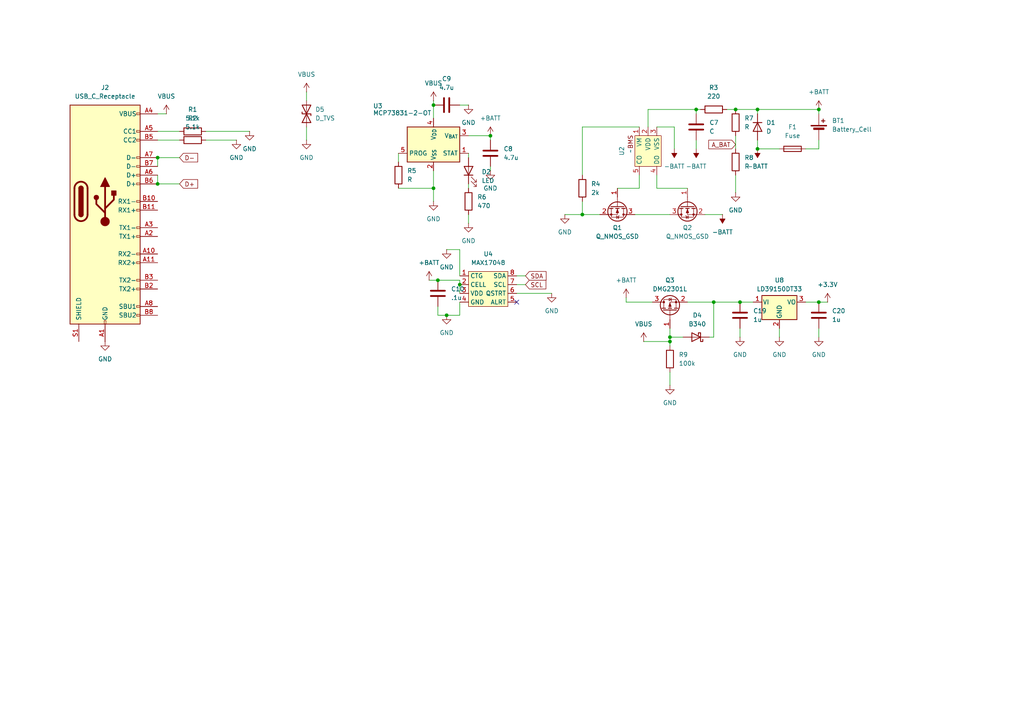
<source format=kicad_sch>
(kicad_sch (version 20231120) (generator "eeschema") (generator_version "8.0")
  (paper "A4")
  (lib_symbols
    (symbol "Battery_Management:MCP73831-2-OT"
      (property "Reference" "U" (at -7.62 6.35 0))
      (property "Value" "MCP73831-2-OT" (at 1.27 6.35 0))
      (symbol "MCP73831-2-OT_0_1"
        (rectangle (start -7.62 5.08) (end 7.62 -5.08) (stroke (width 0.254)) (fill (type background)))
      )
      (symbol "MCP73831-2-OT_1_1"
        (pin tri_state line (at 10.16 -2.54 180) (length 2.54) (name "STAT") (number "1"))
        (pin power_in line (at 0 -7.62 90) (length 2.54) (name "V_{SS}") (number "2"))
        (pin power_out line (at 10.16 2.54 180) (length 2.54) (name "V_{BAT}") (number "3"))
        (pin power_in line (at 0 7.62 270) (length 2.54) (name "V_{DD}") (number "4"))
        (pin input line (at -10.16 -2.54 0) (length 2.54) (name "PROG") (number "5"))
      )
    )
    (symbol "Connector:USB_C_Receptacle" (pin_names (offset 1.016))
      (property "Reference" "J" (at -10.16 29.21 0))
      (property "Value" "USB_C_Receptacle" (at 10.16 29.21 0))
      (symbol "USB_C_Receptacle_0_0"
        (rectangle (start -0.254 -35.56) (end 0.254 -34.544))
        (rectangle (start 10.16 -32.766) (end 9.144 -33.274))
        (rectangle (start 10.16 -30.226) (end 9.144 -30.734))
        (rectangle (start 10.16 -25.146) (end 9.144 -25.654))
        (rectangle (start 10.16 -22.606) (end 9.144 -23.114))
        (rectangle (start 10.16 -17.526) (end 9.144 -18.034))
        (rectangle (start 10.16 -14.986) (end 9.144 -15.494))
        (rectangle (start 10.16 -9.906) (end 9.144 -10.414))
        (rectangle (start 10.16 -7.366) (end 9.144 -7.874))
        (rectangle (start 10.16 -2.286) (end 9.144 -2.794))
        (rectangle (start 10.16 0.254) (end 9.144 -0.254))
        (rectangle (start 10.16 5.334) (end 9.144 4.826))
        (rectangle (start 10.16 7.874) (end 9.144 7.366))
        (rectangle (start 10.16 10.414) (end 9.144 9.906))
        (rectangle (start 10.16 12.954) (end 9.144 12.446))
        (rectangle (start 10.16 18.034) (end 9.144 17.526))
        (rectangle (start 10.16 20.574) (end 9.144 20.066))
        (rectangle (start 10.16 25.654) (end 9.144 25.146))
      )
      (symbol "USB_C_Receptacle_0_1"
        (rectangle (start -10.16 27.94) (end 10.16 -35.56) (stroke (width 0.254)) (fill (type background)))
        (arc (start -8.89 -3.81) (mid -6.985 -5.7067) (end -5.08 -3.81) (stroke (width 0.508)))
        (arc (start -7.62 -3.81) (mid -6.985 -4.4423) (end -6.35 -3.81) (stroke (width 0.254)))
        (arc (start -7.62 -3.81) (mid -6.985 -4.4423) (end -6.35 -3.81) (stroke (width 0.254)) (fill (type outline)))
        (rectangle (start -7.62 -3.81) (end -6.35 3.81) (stroke (width 0.254)) (fill (type outline)))
        (arc (start -6.35 3.81) (mid -6.985 4.4423) (end -7.62 3.81) (stroke (width 0.254)))
        (arc (start -6.35 3.81) (mid -6.985 4.4423) (end -7.62 3.81) (stroke (width 0.254)) (fill (type outline)))
        (arc (start -5.08 3.81) (mid -6.985 5.7067) (end -8.89 3.81) (stroke (width 0.508)))
        (polyline (pts (xy -8.89 -3.81) (xy -8.89 3.81)) (stroke (width 0.508)))
        (polyline (pts (xy -5.08 3.81) (xy -5.08 -3.81)) (stroke (width 0.508)))
      )
      (symbol "USB_C_Receptacle_1_1"
        (circle (center -2.54 1.143) (radius 0.635) (stroke (width 0.254)) (fill (type outline)))
        (circle (center 0 -5.842) (radius 1.27) (fill (type outline)))
        (polyline (pts (xy 0 -5.842) (xy 0 4.318)) (stroke (width 0.508)))
        (polyline (pts (xy 0 -3.302) (xy -2.54 -0.762) (xy -2.54 0.508)) (stroke (width 0.508)))
        (polyline (pts (xy 0 -2.032) (xy 2.54 0.508) (xy 2.54 1.778)) (stroke (width 0.508)))
        (polyline (pts (xy -1.27 4.318) (xy 0 6.858) (xy 1.27 4.318) (xy -1.27 4.318)) (stroke (width 0.254)) (fill (type outline)))
        (rectangle (start 1.905 1.778) (end 3.175 3.048) (stroke (width 0.254)) (fill (type outline)))
        (pin passive line (at 0 -40.64 90) (length 5.08) (name "GND") (number "A1"))
        (pin bidirectional line (at 15.24 -15.24 180) (length 5.08) (name "RX2-") (number "A10"))
        (pin bidirectional line (at 15.24 -17.78 180) (length 5.08) (name "RX2+") (number "A11"))
        (pin passive line (at 0 -40.64 90) (length 5.08) hide (name "GND") (number "A12"))
        (pin bidirectional line (at 15.24 -10.16 180) (length 5.08) (name "TX1+") (number "A2"))
        (pin bidirectional line (at 15.24 -7.62 180) (length 5.08) (name "TX1-") (number "A3"))
        (pin passive line (at 15.24 25.4 180) (length 5.08) (name "VBUS") (number "A4"))
        (pin bidirectional line (at 15.24 20.32 180) (length 5.08) (name "CC1") (number "A5"))
        (pin bidirectional line (at 15.24 7.62 180) (length 5.08) (name "D+") (number "A6"))
        (pin bidirectional line (at 15.24 12.7 180) (length 5.08) (name "D-") (number "A7"))
        (pin bidirectional line (at 15.24 -30.48 180) (length 5.08) (name "SBU1") (number "A8"))
        (pin passive line (at 15.24 25.4 180) (length 5.08) hide (name "VBUS") (number "A9"))
        (pin passive line (at 0 -40.64 90) (length 5.08) hide (name "GND") (number "B1"))
        (pin bidirectional line (at 15.24 0 180) (length 5.08) (name "RX1-") (number "B10"))
        (pin bidirectional line (at 15.24 -2.54 180) (length 5.08) (name "RX1+") (number "B11"))
        (pin passive line (at 0 -40.64 90) (length 5.08) hide (name "GND") (number "B12"))
        (pin bidirectional line (at 15.24 -25.4 180) (length 5.08) (name "TX2+") (number "B2"))
        (pin bidirectional line (at 15.24 -22.86 180) (length 5.08) (name "TX2-") (number "B3"))
        (pin passive line (at 15.24 25.4 180) (length 5.08) hide (name "VBUS") (number "B4"))
        (pin bidirectional line (at 15.24 17.78 180) (length 5.08) (name "CC2") (number "B5"))
        (pin bidirectional line (at 15.24 5.08 180) (length 5.08) (name "D+") (number "B6"))
        (pin bidirectional line (at 15.24 10.16 180) (length 5.08) (name "D-") (number "B7"))
        (pin bidirectional line (at 15.24 -33.02 180) (length 5.08) (name "SBU2") (number "B8"))
        (pin passive line (at 15.24 25.4 180) (length 5.08) hide (name "VBUS") (number "B9"))
        (pin passive line (at -7.62 -40.64 90) (length 5.08) (name "SHIELD") (number "S1"))
      )
    )
    (symbol "Device:Battery_Cell" (pin_numbers hide) (pin_names (offset 0) hide)
      (property "Reference" "BT" (at 2.54 2.54 0))
      (property "Value" "Battery_Cell" (at 2.54 0 0))
      (symbol "Battery_Cell_0_1"
        (rectangle (start -2.286 1.778) (end 2.286 1.524) (fill (type outline)))
        (rectangle (start -1.524 1.016) (end 1.524 0.508) (fill (type outline)))
        (polyline (pts (xy 0 0.762) (xy 0 0)))
        (polyline (pts (xy 0 1.778) (xy 0 2.54)))
        (polyline (pts (xy 0.762 3.048) (xy 1.778 3.048)) (stroke (width 0.254)))
        (polyline (pts (xy 1.27 3.556) (xy 1.27 2.54)) (stroke (width 0.254)))
      )
      (symbol "Battery_Cell_1_1"
        (pin passive line (at 0 5.08 270) (length 2.54) (name "+") (number "1"))
        (pin passive line (at 0 -2.54 90) (length 2.54) (name "-") (number "2"))
      )
    )
    (symbol "Device:C" (pin_numbers hide) (pin_names (offset 0.254))
      (property "Reference" "C" (at 0.635 2.54 0))
      (property "Value" "C" (at 0.635 -2.54 0))
      (symbol "C_0_1"
        (polyline (pts (xy -2.032 -0.762) (xy 2.032 -0.762)) (stroke (width 0.508)))
        (polyline (pts (xy -2.032 0.762) (xy 2.032 0.762)) (stroke (width 0.508)))
      )
      (symbol "C_1_1"
        (pin passive line (at 0 3.81 270) (length 2.794) (name "~") (number "1"))
        (pin passive line (at 0 -3.81 90) (length 2.794) (name "~") (number "2"))
      )
    )
    (symbol "Device:D" (pin_numbers hide) (pin_names (offset 1.016) hide)
      (property "Reference" "D" (at 0 2.54 0))
      (property "Value" "D" (at 0 -2.54 0))
      (symbol "D_0_1"
        (polyline (pts (xy -1.27 1.27) (xy -1.27 -1.27)) (stroke (width 0.254)))
        (polyline (pts (xy 1.27 0) (xy -1.27 0)))
        (polyline (pts (xy 1.27 1.27) (xy 1.27 -1.27) (xy -1.27 0) (xy 1.27 1.27)) (stroke (width 0.254)))
      )
      (symbol "D_1_1"
        (pin passive line (at -3.81 0 0) (length 2.54) (name "K") (number "1"))
        (pin passive line (at 3.81 0 180) (length 2.54) (name "A") (number "2"))
      )
    )
    (symbol "Device:D_TVS" (pin_numbers hide) (pin_names (offset 1.016) hide)
      (property "Reference" "D" (at 0 2.54 0))
      (property "Value" "D_TVS" (at 0 -2.54 0))
      (symbol "D_TVS_0_1"
        (polyline (pts (xy 1.27 0) (xy -1.27 0)))
        (polyline (pts (xy 0.508 1.27) (xy 0 1.27) (xy 0 -1.27) (xy -0.508 -1.27)) (stroke (width 0.254)))
        (polyline (pts (xy -2.54 1.27) (xy -2.54 -1.27) (xy 2.54 1.27) (xy 2.54 -1.27) (xy -2.54 1.27)) (stroke (width 0.254)))
      )
      (symbol "D_TVS_1_1"
        (pin passive line (at -3.81 0 0) (length 2.54) (name "A1") (number "1"))
        (pin passive line (at 3.81 0 180) (length 2.54) (name "A2") (number "2"))
      )
    )
    (symbol "Device:Fuse" (pin_numbers hide) (pin_names (offset 0))
      (property "Reference" "F" (at 2.032 0 90))
      (property "Value" "Fuse" (at -1.905 0 90))
      (symbol "Fuse_0_1"
        (rectangle (start -0.762 -2.54) (end 0.762 2.54) (stroke (width 0.254)))
        (polyline (pts (xy 0 2.54) (xy 0 -2.54)))
      )
      (symbol "Fuse_1_1"
        (pin passive line (at 0 3.81 270) (length 1.27) (name "~") (number "1"))
        (pin passive line (at 0 -3.81 90) (length 1.27) (name "~") (number "2"))
      )
    )
    (symbol "Device:LED" (pin_numbers hide) (pin_names (offset 1.016) hide)
      (property "Reference" "D" (at 0 2.54 0))
      (property "Value" "LED" (at 0 -2.54 0))
      (symbol "LED_0_1"
        (polyline (pts (xy -1.27 -1.27) (xy -1.27 1.27)) (stroke (width 0.254)))
        (polyline (pts (xy -1.27 0) (xy 1.27 0)))
        (polyline (pts (xy 1.27 -1.27) (xy 1.27 1.27) (xy -1.27 0) (xy 1.27 -1.27)) (stroke (width 0.254)))
        (polyline (pts (xy -3.048 -0.762) (xy -4.572 -2.286) (xy -3.81 -2.286) (xy -4.572 -2.286) (xy -4.572 -1.524)))
        (polyline (pts (xy -1.778 -0.762) (xy -3.302 -2.286) (xy -2.54 -2.286) (xy -3.302 -2.286) (xy -3.302 -1.524)))
      )
      (symbol "LED_1_1"
        (pin passive line (at -3.81 0 0) (length 2.54) (name "K") (number "1"))
        (pin passive line (at 3.81 0 180) (length 2.54) (name "A") (number "2"))
      )
    )
    (symbol "Device:Q_NMOS_GSD" (pin_names (offset 0) hide)
      (property "Reference" "Q" (at 5.08 1.27 0))
      (property "Value" "Q_NMOS_GSD" (at 5.08 -1.27 0))
      (symbol "Q_NMOS_GSD_0_1"
        (polyline (pts (xy 0.254 0) (xy -2.54 0)))
        (polyline (pts (xy 0.254 1.905) (xy 0.254 -1.905)) (stroke (width 0.254)))
        (polyline (pts (xy 0.762 -1.27) (xy 0.762 -2.286)) (stroke (width 0.254)))
        (polyline (pts (xy 0.762 0.508) (xy 0.762 -0.508)) (stroke (width 0.254)))
        (polyline (pts (xy 0.762 2.286) (xy 0.762 1.27)) (stroke (width 0.254)))
        (polyline (pts (xy 2.54 2.54) (xy 2.54 1.778)))
        (polyline (pts (xy 2.54 -2.54) (xy 2.54 0) (xy 0.762 0)))
        (polyline (pts (xy 0.762 -1.778) (xy 3.302 -1.778) (xy 3.302 1.778) (xy 0.762 1.778)))
        (polyline (pts (xy 1.016 0) (xy 2.032 0.381) (xy 2.032 -0.381) (xy 1.016 0)) (fill (type outline)))
        (polyline (pts (xy 2.794 0.508) (xy 2.921 0.381) (xy 3.683 0.381) (xy 3.81 0.254)))
        (polyline (pts (xy 3.302 0.381) (xy 2.921 -0.254) (xy 3.683 -0.254) (xy 3.302 0.381)))
        (circle (center 1.651 0) (radius 2.794) (stroke (width 0.254)))
        (circle (center 2.54 -1.778) (radius 0.254) (fill (type outline)))
        (circle (center 2.54 1.778) (radius 0.254) (fill (type outline)))
      )
      (symbol "Q_NMOS_GSD_1_1"
        (pin input line (at -5.08 0 0) (length 2.54) (name "G") (number "1"))
        (pin passive line (at 2.54 -5.08 90) (length 2.54) (name "S") (number "2"))
        (pin passive line (at 2.54 5.08 270) (length 2.54) (name "D") (number "3"))
      )
    )
    (symbol "Device:R" (pin_numbers hide) (pin_names (offset 0))
      (property "Reference" "R" (at 2.032 0 90))
      (property "Value" "R" (at 0 0 90))
      (symbol "R_0_1"
        (rectangle (start -1.016 -2.54) (end 1.016 2.54) (stroke (width 0.254)))
      )
      (symbol "R_1_1"
        (pin passive line (at 0 3.81 270) (length 1.27) (name "~") (number "1"))
        (pin passive line (at 0 -3.81 90) (length 1.27) (name "~") (number "2"))
      )
    )
    (symbol "Diode:B340" (pin_numbers hide) (pin_names (offset 1.016) hide)
      (property "Reference" "D" (at 0 2.54 0))
      (property "Value" "B340" (at 0 -2.54 0))
      (symbol "B340_0_1"
        (polyline (pts (xy 1.27 0) (xy -1.27 0)))
        (polyline (pts (xy 1.27 1.27) (xy 1.27 -1.27) (xy -1.27 0) (xy 1.27 1.27)) (stroke (width 0.254)))
        (polyline (pts (xy -1.905 0.635) (xy -1.905 1.27) (xy -1.27 1.27) (xy -1.27 -1.27) (xy -0.635 -1.27) (xy -0.635 -0.635)) (stroke (width 0.254)))
      )
      (symbol "B340_1_1"
        (pin passive line (at -3.81 0 0) (length 2.54) (name "K") (number "1"))
        (pin passive line (at 3.81 0 180) (length 2.54) (name "A") (number "2"))
      )
    )
    (symbol "Regulator_Linear:LD39150DT33" (pin_names (offset 0.254))
      (property "Reference" "U" (at -3.81 3.175 0))
      (property "Value" "LD39150DT33" (at 0 3.175 0))
      (symbol "LD39150DT33_0_1"
        (rectangle (start -5.08 -5.08) (end 5.08 1.905) (stroke (width 0.254)) (fill (type background)))
      )
      (symbol "LD39150DT33_1_1"
        (pin power_in line (at -7.62 0 0) (length 2.54) (name "VI") (number "1"))
        (pin power_in line (at 0 -7.62 90) (length 2.54) (name "GND") (number "2"))
        (pin power_out line (at 7.62 0 180) (length 2.54) (name "VO") (number "3"))
      )
    )
    (symbol "Transistor_FET:DMG2301L" (pin_names hide)
      (property "Reference" "Q" (at 5.08 1.905 0))
      (property "Value" "DMG2301L" (at 5.08 0 0))
      (symbol "DMG2301L_0_1"
        (polyline (pts (xy 0.254 0) (xy -2.54 0)))
        (polyline (pts (xy 0.254 1.905) (xy 0.254 -1.905)) (stroke (width 0.254)))
        (polyline (pts (xy 0.762 -1.27) (xy 0.762 -2.286)) (stroke (width 0.254)))
        (polyline (pts (xy 0.762 0.508) (xy 0.762 -0.508)) (stroke (width 0.254)))
        (polyline (pts (xy 0.762 2.286) (xy 0.762 1.27)) (stroke (width 0.254)))
        (polyline (pts (xy 2.54 2.54) (xy 2.54 1.778)))
        (polyline (pts (xy 2.54 -2.54) (xy 2.54 0) (xy 0.762 0)))
        (polyline (pts (xy 0.762 1.778) (xy 3.302 1.778) (xy 3.302 -1.778) (xy 0.762 -1.778)))
        (polyline (pts (xy 2.286 0) (xy 1.27 0.381) (xy 1.27 -0.381) (xy 2.286 0)) (fill (type outline)))
        (polyline (pts (xy 2.794 -0.508) (xy 2.921 -0.381) (xy 3.683 -0.381) (xy 3.81 -0.254)))
        (polyline (pts (xy 3.302 -0.381) (xy 2.921 0.254) (xy 3.683 0.254) (xy 3.302 -0.381)))
        (circle (center 1.651 0) (radius 2.794) (stroke (width 0.254)))
        (circle (center 2.54 -1.778) (radius 0.254) (fill (type outline)))
        (circle (center 2.54 1.778) (radius 0.254) (fill (type outline)))
      )
      (symbol "DMG2301L_1_1"
        (pin input line (at -5.08 0 0) (length 2.54) (name "G") (number "1"))
        (pin passive line (at 2.54 -5.08 90) (length 2.54) (name "S") (number "2"))
        (pin passive line (at 2.54 5.08 270) (length 2.54) (name "D") (number "3"))
      )
    )
    (symbol "generic:Battery_Management"
      (property "Reference" "U" (at -6.35 -5.334 0))
      (symbol "Battery_Management_1_1"
        (rectangle (start -5.08 3.81) (end 3.81 -3.81) (fill (type background)))
        (text "BMS" (at -3.302 5.08 0) (effects (font (size 1.27 1.27))))
        (pin input line (at -7.62 2.54 0) (length 2.54) (name "VM") (number "1"))
        (pin power_in line (at -7.62 0 0) (length 2.54) (name "VDD") (number "2"))
        (pin power_in line (at -7.62 -2.54 0) (length 2.54) (name "VSS") (number "3"))
        (pin output line (at 6.35 -2.54 180) (length 2.54) (name "DO") (number "4"))
        (pin output line (at 6.35 2.54 180) (length 2.54) (name "CO") (number "5"))
      )
    )
    (symbol "generic:MAX17048"
      (property "Reference" "U" (at -5.588 -7.874 0))
      (property "Value" "MAX17048" (at -1.524 -9.906 0))
      (symbol "MAX17048_1_1"
        (rectangle (start -5.08 3.81) (end 6.35 -6.35) (fill (type background)))
        (pin input line (at -7.62 2.54 0) (length 2.54) (name "CTG") (number "1"))
        (pin input line (at -7.62 0 0) (length 2.54) (name "CELL") (number "2"))
        (pin power_in line (at -7.62 -2.54 0) (length 2.54) (name "VDD") (number "3"))
        (pin power_in line (at -7.62 -5.08 0) (length 2.54) (name "GND") (number "4"))
        (pin output line (at 8.89 -5.08 180) (length 2.54) (name "ALRT") (number "5"))
        (pin input line (at 8.89 -2.54 180) (length 2.54) (name "QSTRT") (number "6"))
        (pin input line (at 8.89 0 180) (length 2.54) (name "SCL") (number "7"))
        (pin input line (at 8.89 2.54 180) (length 2.54) (name "SDA") (number "8"))
      )
    )
    (symbol "power:+3.3V" (power) (pin_numbers hide) (pin_names (offset 0) hide)
      (property "Value" "+3.3V" (at 0 3.556 0))
      (symbol "+3.3V_0_1"
        (polyline (pts (xy -0.762 1.27) (xy 0 2.54)))
        (polyline (pts (xy 0 0) (xy 0 2.54)))
        (polyline (pts (xy 0 2.54) (xy 0.762 1.27)))
      )
      (symbol "+3.3V_1_1"
        (pin power_in line (at 0 0 90) (length 0) (name "~") (number "1"))
      )
    )
    (symbol "power:+BATT" (power) (pin_numbers hide) (pin_names (offset 0) hide)
      (property "Value" "+BATT" (at 0 3.556 0))
      (symbol "+BATT_0_1"
        (polyline (pts (xy -0.762 1.27) (xy 0 2.54)))
        (polyline (pts (xy 0 0) (xy 0 2.54)))
        (polyline (pts (xy 0 2.54) (xy 0.762 1.27)))
      )
      (symbol "+BATT_1_1"
        (pin power_in line (at 0 0 90) (length 0) (name "~") (number "1"))
      )
    )
    (symbol "power:-BATT" (power) (pin_numbers hide) (pin_names (offset 0) hide)
      (property "Value" "-BATT" (at 0 3.556 0))
      (symbol "-BATT_0_1"
        (polyline (pts (xy 0 0) (xy 0 2.54)))
        (polyline (pts (xy 0.762 1.27) (xy -0.762 1.27) (xy 0 2.54) (xy 0.762 1.27)) (fill (type outline)))
      )
      (symbol "-BATT_1_1"
        (pin power_in line (at 0 0 90) (length 0) (name "~") (number "1"))
      )
    )
    (symbol "power:GND" (power) (pin_numbers hide) (pin_names (offset 0) hide)
      (property "Value" "GND" (at 0 -3.81 0))
      (symbol "GND_0_1"
        (polyline (pts (xy 0 0) (xy 0 -1.27) (xy 1.27 -1.27) (xy 0 -2.54) (xy -1.27 -1.27) (xy 0 -1.27)))
      )
      (symbol "GND_1_1"
        (pin power_in line (at 0 0 270) (length 0) (name "~") (number "1"))
      )
    )
    (symbol "power:VBUS" (power) (pin_numbers hide) (pin_names (offset 0) hide)
      (property "Value" "VBUS" (at 0 3.556 0))
      (symbol "VBUS_0_1"
        (polyline (pts (xy -0.762 1.27) (xy 0 2.54)))
        (polyline (pts (xy 0 0) (xy 0 2.54)))
        (polyline (pts (xy 0 2.54) (xy 0.762 1.27)))
      )
      (symbol "VBUS_1_1"
        (pin power_in line (at 0 0 90) (length 0) (name "~") (number "1"))
      )
    )
  )
  (junction (at 133.35 82.55))
  (junction (at 207.01 87.63))
  (junction (at 168.91 62.23))
  (junction (at 214.63 87.63))
  (junction (at 125.73 54.61))
  (junction (at 142.24 39.37))
  (junction (at 45.72 53.34))
  (junction (at 213.36 31.75))
  (junction (at 237.49 87.63))
  (junction (at 127 81.28))
  (junction (at 237.49 31.75))
  (junction (at 219.71 43.18))
  (junction (at 194.31 99.06))
  (junction (at 125.73 30.48))
  (junction (at 201.93 31.75))
  (junction (at 129.54 91.44))
  (junction (at 219.71 31.75))
  (junction (at 194.31 97.79))
  (junction (at 45.72 45.72))
  (no_connect (at 149.86 87.63))
  (wire (pts (xy 181.61 86.36) (xy 181.61 87.63)))
  (wire (pts (xy 237.49 31.75) (xy 237.49 33.02)))
  (wire (pts (xy 45.72 40.64) (xy 52.07 40.64)))
  (wire (pts (xy 48.26 33.02) (xy 45.72 33.02)))
  (wire (pts (xy 142.24 48.26) (xy 142.24 49.53)))
  (wire (pts (xy 213.36 31.75) (xy 210.82 31.75)))
  (wire (pts (xy 127 88.9) (xy 127 91.44)))
  (wire (pts (xy 237.49 40.64) (xy 237.49 43.18)))
  (wire (pts (xy 135.89 44.45) (xy 135.89 45.72)))
  (wire (pts (xy 45.72 45.72) (xy 52.07 45.72)))
  (wire (pts (xy 195.58 36.83) (xy 195.58 43.18)))
  (wire (pts (xy 214.63 97.79) (xy 214.63 95.25)))
  (wire (pts (xy 194.31 97.79) (xy 194.31 95.25)))
  (wire (pts (xy 219.71 31.75) (xy 213.36 31.75)))
  (wire (pts (xy 133.35 72.39) (xy 133.35 80.01)))
  (wire (pts (xy 201.93 43.18) (xy 201.93 40.64)))
  (wire (pts (xy 190.5 54.61) (xy 199.39 54.61)))
  (wire (pts (xy 185.42 50.8) (xy 185.42 54.61)))
  (wire (pts (xy 129.54 91.44) (xy 133.35 91.44)))
  (wire (pts (xy 135.89 53.34) (xy 135.89 54.61)))
  (wire (pts (xy 184.15 62.23) (xy 194.31 62.23)))
  (wire (pts (xy 186.69 99.06) (xy 194.31 99.06)))
  (wire (pts (xy 52.07 53.34) (xy 45.72 53.34)))
  (wire (pts (xy 185.42 54.61) (xy 179.07 54.61)))
  (wire (pts (xy 168.91 36.83) (xy 185.42 36.83)))
  (wire (pts (xy 127 81.28) (xy 133.35 81.28)))
  (wire (pts (xy 115.57 54.61) (xy 125.73 54.61)))
  (wire (pts (xy 219.71 31.75) (xy 219.71 33.02)))
  (wire (pts (xy 194.31 99.06) (xy 194.31 97.79)))
  (wire (pts (xy 129.54 72.39) (xy 133.35 72.39)))
  (wire (pts (xy 219.71 40.64) (xy 219.71 43.18)))
  (wire (pts (xy 127 91.44) (xy 129.54 91.44)))
  (wire (pts (xy 207.01 97.79) (xy 205.74 97.79)))
  (wire (pts (xy 187.96 31.75) (xy 201.93 31.75)))
  (wire (pts (xy 195.58 36.83) (xy 190.5 36.83)))
  (wire (pts (xy 194.31 99.06) (xy 194.31 100.33)))
  (wire (pts (xy 124.46 81.28) (xy 127 81.28)))
  (wire (pts (xy 201.93 33.02) (xy 201.93 31.75)))
  (wire (pts (xy 45.72 38.1) (xy 52.07 38.1)))
  (wire (pts (xy 233.68 87.63) (xy 237.49 87.63)))
  (wire (pts (xy 152.4 80.01) (xy 149.86 80.01)))
  (wire (pts (xy 181.61 87.63) (xy 189.23 87.63)))
  (wire (pts (xy 59.69 38.1) (xy 72.39 38.1)))
  (wire (pts (xy 207.01 87.63) (xy 214.63 87.63)))
  (wire (pts (xy 199.39 87.63) (xy 207.01 87.63)))
  (wire (pts (xy 219.71 31.75) (xy 237.49 31.75)))
  (wire (pts (xy 214.63 87.63) (xy 218.44 87.63)))
  (wire (pts (xy 88.9 26.67) (xy 88.9 29.21)))
  (wire (pts (xy 125.73 54.61) (xy 125.73 58.42)))
  (wire (pts (xy 45.72 45.72) (xy 45.72 48.26)))
  (wire (pts (xy 135.89 64.77) (xy 135.89 62.23)))
  (wire (pts (xy 213.36 55.88) (xy 213.36 50.8)))
  (wire (pts (xy 142.24 39.37) (xy 135.89 39.37)))
  (wire (pts (xy 219.71 43.18) (xy 226.06 43.18)))
  (wire (pts (xy 168.91 50.8) (xy 168.91 36.83)))
  (wire (pts (xy 173.99 62.23) (xy 168.91 62.23)))
  (wire (pts (xy 187.96 36.83) (xy 187.96 31.75)))
  (wire (pts (xy 213.36 43.18) (xy 213.36 39.37)))
  (wire (pts (xy 152.4 82.55) (xy 149.86 82.55)))
  (wire (pts (xy 237.49 87.63) (xy 240.03 87.63)))
  (wire (pts (xy 142.24 39.37) (xy 142.24 40.64)))
  (wire (pts (xy 115.57 44.45) (xy 115.57 46.99)))
  (wire (pts (xy 125.73 29.21) (xy 125.73 30.48)))
  (wire (pts (xy 45.72 50.8) (xy 45.72 53.34)))
  (wire (pts (xy 168.91 62.23) (xy 168.91 58.42)))
  (wire (pts (xy 59.69 40.64) (xy 68.58 40.64)))
  (wire (pts (xy 194.31 97.79) (xy 198.12 97.79)))
  (wire (pts (xy 125.73 49.53) (xy 125.73 54.61)))
  (wire (pts (xy 226.06 97.79) (xy 226.06 95.25)))
  (wire (pts (xy 88.9 36.83) (xy 88.9 40.64)))
  (wire (pts (xy 194.31 107.95) (xy 194.31 111.76)))
  (wire (pts (xy 133.35 82.55) (xy 133.35 85.09)))
  (wire (pts (xy 207.01 87.63) (xy 207.01 97.79)))
  (wire (pts (xy 135.89 30.48) (xy 133.35 30.48)))
  (wire (pts (xy 190.5 50.8) (xy 190.5 54.61)))
  (wire (pts (xy 133.35 81.28) (xy 133.35 82.55)))
  (wire (pts (xy 237.49 97.79) (xy 237.49 95.25)))
  (wire (pts (xy 133.35 91.44) (xy 133.35 87.63)))
  (wire (pts (xy 163.83 62.23) (xy 168.91 62.23)))
  (wire (pts (xy 149.86 85.09) (xy 160.02 85.09)))
  (wire (pts (xy 204.47 62.23) (xy 209.55 62.23)))
  (wire (pts (xy 125.73 30.48) (xy 125.73 34.29)))
  (wire (pts (xy 201.93 31.75) (xy 203.2 31.75)))
  (wire (pts (xy 233.68 43.18) (xy 237.49 43.18)))
  (global_label "SCL" (shape input) (at 152.4 82.55 0) (property "Intersheetrefs" "${INTERSHEET_REFS}" (effects (hide yes))))
  (global_label "A_BAT" (shape input) (at 213.36 41.91 180) (property "Intersheetrefs" "${INTERSHEET_REFS}" (effects (hide yes))))
  (global_label "D-" (shape input) (at 52.07 45.72 0) (property "Intersheetrefs" "${INTERSHEET_REFS}" (effects (hide yes))))
  (global_label "D+" (shape input) (at 52.07 53.34 0) (property "Intersheetrefs" "${INTERSHEET_REFS}" (effects (hide yes))))
  (global_label "SDA" (shape input) (at 152.4 80.01 0) (property "Intersheetrefs" "${INTERSHEET_REFS}" (effects (hide yes))))
  (symbol (lib_id "power:GND") (at 125.73 58.42 0) (unit 1)
    (property "Reference" "#PWR020" (effects (hide yes)))
    (property "Value" "GND" (at 125.73 63.5 0))
    (property "Description" "Power symbol creates a global label with name \"GND\" , ground" (effects (hide yes)))
  )
  (symbol (lib_id "power:-BATT") (at 209.55 62.23 180) (unit 1)
    (property "Reference" "#PWR017" (effects (hide yes)))
    (property "Value" "-BATT" (at 209.55 67.31 0))
    (property "Description" "Power symbol creates a global label with name \"-BATT\"" (effects (hide yes)))
  )
  (symbol (lib_id "Device:LED") (at 135.89 49.53 90) (unit 1)
    (property "Reference" "D2" (at 139.7 49.8474 90) (effects (justify right)))
    (property "Value" "LED" (at 139.7 52.3874 90) (effects (justify right)))
    (property "Description" "Light emitting diode" (effects (hide yes)))
  )
  (symbol (lib_id "generic:MAX17048") (at 140.97 82.55 0) (unit 1)
    (property "Reference" "U4" (at 141.605 73.66 0))
    (property "Value" "MAX17048" (at 141.605 76.2 0))
    (property "Footprint" "Package_DFN_QFN:TDFN-8-1EP_2x2mm_P0.5mm_EP0.8x1.2mm" (effects (hide yes)))
  )
  (symbol (lib_id "power:+BATT") (at 124.46 81.28 0) (unit 1)
    (property "Reference" "#PWR027" (effects (hide yes)))
    (property "Value" "+BATT" (at 124.46 76.2 0))
    (property "Description" "Power symbol creates a global label with name \"+BATT\"" (effects (hide yes)))
  )
  (symbol (lib_id "Device:Q_NMOS_GSD") (at 199.39 59.69 90) (mirror x) (unit 1)
    (property "Reference" "Q2" (at 199.39 66.04 90))
    (property "Value" "Q_NMOS_GSD" (at 199.39 68.58 90))
    (property "Footprint" "Package_TO_SOT_SMD:TSOT-23" (effects (hide yes)))
    (property "Description" "N-MOSFET transistor, gate/source/drain" (effects (hide yes)))
    (property "Part Number" "DMG3414U-7" (effects (hide yes)))
    (property "LCSC PN" "C260927" (effects (hide yes)))
  )
  (symbol (lib_id "power:GND") (at 194.31 111.76 0) (unit 1)
    (property "Reference" "#PWR052" (effects (hide yes)))
    (property "Value" "GND" (at 194.31 116.84 0))
    (property "Description" "Power symbol creates a global label with name \"GND\" , ground" (effects (hide yes)))
  )
  (symbol (lib_id "Transistor_FET:DMG2301L") (at 194.31 90.17 90) (unit 1)
    (property "Reference" "Q3" (at 194.31 81.28 90))
    (property "Value" "DMG2301L" (at 194.31 83.82 90))
    (property "Footprint" "Package_TO_SOT_SMD:SOT-23" (effects (hide yes)))
    (property "Datasheet" "https://www.diodes.com/assets/Datasheets/DMG2301L.pdf" (effects (hide yes)))
    (property "Description" "-3A Id, -20V Vds, P-Channel MOSFET, SOT-23" (effects (hide yes)))
    (property "LCSC PN" "C102619" (effects (hide yes)))
  )
  (symbol (lib_id "power:VBUS") (at 88.9 26.67 0) (unit 1)
    (property "Reference" "#PWR060" (effects (hide yes)))
    (property "Value" "VBUS" (at 88.9 21.59 0))
    (property "Description" "Power symbol creates a global label with name \"VBUS\"" (effects (hide yes)))
  )
  (symbol (lib_id "power:GND") (at 237.49 97.79 0) (unit 1)
    (property "Reference" "#PWR055" (effects (hide yes)))
    (property "Value" "GND" (at 237.49 102.87 0))
    (property "Description" "Power symbol creates a global label with name \"GND\" , ground" (effects (hide yes)))
  )
  (symbol (lib_id "Device:R") (at 115.57 50.8 0) (unit 1)
    (property "Reference" "R5" (at 118.11 49.5299 0) (effects (justify left)))
    (property "Value" "R" (at 118.11 52.0699 0) (effects (justify left)))
    (property "Description" "Resistor" (effects (hide yes)))
  )
  (symbol (lib_id "power:GND") (at 163.83 62.23 0) (unit 1)
    (property "Reference" "#PWR013" (effects (hide yes)))
    (property "Value" "GND" (at 163.83 67.31 0))
    (property "Description" "Power symbol creates a global label with name \"GND\" , ground" (effects (hide yes)))
  )
  (symbol (lib_id "Device:C") (at 129.54 30.48 90) (unit 1)
    (property "Reference" "C9" (at 129.54 22.86 90))
    (property "Value" "4.7u" (at 129.54 25.4 90))
    (property "Description" "Unpolarized capacitor" (effects (hide yes)))
  )
  (symbol (lib_id "Device:R") (at 194.31 104.14 0) (unit 1)
    (property "Reference" "R9" (at 196.85 102.8699 0) (effects (justify left)))
    (property "Value" "100k" (at 196.85 105.4099 0) (effects (justify left)))
    (property "Description" "Resistor" (effects (hide yes)))
  )
  (symbol (lib_id "Device:C") (at 127 85.09 0) (unit 1)
    (property "Reference" "C10" (at 130.81 83.8199 0) (effects (justify left)))
    (property "Value" ".1u" (at 130.81 86.3599 0) (effects (justify left)))
    (property "Description" "Unpolarized capacitor" (effects (hide yes)))
  )
  (symbol (lib_id "Device:R") (at 55.88 40.64 90) (unit 1)
    (property "Reference" "R2" (at 55.88 34.29 90))
    (property "Value" "5.1k" (at 55.88 36.83 90))
    (property "Description" "Resistor" (effects (hide yes)))
  )
  (symbol (lib_id "power:+3.3V") (at 240.03 87.63 0) (unit 1)
    (property "Reference" "#PWR054" (effects (hide yes)))
    (property "Value" "+3.3V" (at 240.03 82.55 0))
    (property "Description" "Power symbol creates a global label with name \"+3.3V\"" (effects (hide yes)))
  )
  (symbol (lib_id "power:GND") (at 135.89 64.77 0) (unit 1)
    (property "Reference" "#PWR024" (effects (hide yes)))
    (property "Value" "GND" (at 135.89 69.85 0))
    (property "Description" "Power symbol creates a global label with name \"GND\" , ground" (effects (hide yes)))
  )
  (symbol (lib_id "power:GND") (at 88.9 40.64 0) (unit 1)
    (property "Reference" "#PWR061" (effects (hide yes)))
    (property "Value" "GND" (at 88.9 45.72 0))
    (property "Description" "Power symbol creates a global label with name \"GND\" , ground" (effects (hide yes)))
  )
  (symbol (lib_id "Device:R") (at 135.89 58.42 0) (unit 1)
    (property "Reference" "R6" (at 138.43 57.1499 0) (effects (justify left)))
    (property "Value" "470" (at 138.43 59.6899 0) (effects (justify left)))
    (property "Description" "Resistor" (effects (hide yes)))
  )
  (symbol (lib_id "Battery_Management:MCP73831-2-OT") (at 125.73 41.91 0) (unit 1)
    (property "Reference" "U3" (at 108.204 30.734 0) (effects (justify left)))
    (property "Value" "MCP73831-2-OT" (at 108.204 32.766 0) (effects (justify left)))
    (property "Footprint" "Package_TO_SOT_SMD:SOT-23-5" (effects (hide yes)))
    (property "Datasheet" "http://ww1.microchip.com/downloads/en/DeviceDoc/20001984g.pdf" (effects (hide yes)))
    (property "Description" "Single cell, Li-Ion/Li-Po charge management controller, 4.20V, Tri-State Status Output, in SOT23-5 package" (effects (hide yes)))
    (property "Part Number" "MCP73831T-2ACI/OT" (effects (hide yes)))
    (property "LCSC PN" "C424093" (effects (hide yes)))
  )
  (symbol (lib_id "power:+BATT") (at 181.61 86.36 0) (unit 1)
    (property "Reference" "#PWR051" (effects (hide yes)))
    (property "Value" "+BATT" (at 181.61 81.28 0))
    (property "Description" "Power symbol creates a global label with name \"+BATT\"" (effects (hide yes)))
  )
  (symbol (lib_id "power:GND") (at 129.54 91.44 0) (unit 1)
    (property "Reference" "#PWR026" (effects (hide yes)))
    (property "Value" "GND" (at 129.54 96.52 0))
    (property "Description" "Power symbol creates a global label with name \"GND\" , ground" (effects (hide yes)))
  )
  (symbol (lib_id "Device:R") (at 213.36 35.56 0) (unit 1)
    (property "Reference" "R7" (at 215.9 34.2899 0) (effects (justify left)))
    (property "Value" "R" (at 215.9 36.8299 0) (effects (justify left)))
    (property "Description" "Resistor" (effects (hide yes)))
  )
  (symbol (lib_id "power:+BATT") (at 142.24 39.37 0) (unit 1)
    (property "Reference" "#PWR019" (effects (hide yes)))
    (property "Value" "+BATT" (at 142.24 34.29 0))
    (property "Description" "Power symbol creates a global label with name \"+BATT\"" (effects (hide yes)))
  )
  (symbol (lib_id "power:VBUS") (at 125.73 29.21 0) (unit 1)
    (property "Reference" "#PWR022" (effects (hide yes)))
    (property "Value" "VBUS" (at 125.73 24.13 0))
    (property "Description" "Power symbol creates a global label with name \"VBUS\"" (effects (hide yes)))
  )
  (symbol (lib_id "Device:C") (at 142.24 44.45 0) (unit 1)
    (property "Reference" "C8" (at 146.05 43.1799 0) (effects (justify left)))
    (property "Value" "4.7u" (at 146.05 45.7199 0) (effects (justify left)))
    (property "Description" "Unpolarized capacitor" (effects (hide yes)))
  )
  (symbol (lib_id "Diode:B340") (at 201.93 97.79 180) (unit 1)
    (property "Reference" "D4" (at 202.2475 91.44 0))
    (property "Value" "B340" (at 202.2475 93.98 0))
    (property "Footprint" "Diode_SMD:D_SMC" (effects (hide yes)))
    (property "Datasheet" "http://www.jameco.com/Jameco/Products/ProdDS/1538777.pdf" (effects (hide yes)))
    (property "Description" "40V 3A Schottky Barrier Rectifier Diode, SMC" (effects (hide yes)))
    (property "LCSC PN" "C64982" (effects (hide yes)))
  )
  (symbol (lib_id "Device:R") (at 168.91 54.61 180) (unit 1)
    (property "Reference" "R4" (at 171.45 53.3399 0) (effects (justify right)))
    (property "Value" "2k" (at 171.45 55.8799 0) (effects (justify right)))
    (property "Description" "Resistor" (effects (hide yes)))
  )
  (symbol (lib_id "Device:C") (at 214.63 91.44 0) (unit 1)
    (property "Reference" "C19" (at 218.44 90.1699 0) (effects (justify left)))
    (property "Value" "1u" (at 218.44 92.7099 0) (effects (justify left)))
    (property "Description" "Unpolarized capacitor" (effects (hide yes)))
  )
  (symbol (lib_id "power:GND") (at 30.48 99.06 0) (unit 1)
    (property "Reference" "#PWR011" (effects (hide yes)))
    (property "Value" "GND" (at 30.48 104.14 0))
    (property "Description" "Power symbol creates a global label with name \"GND\" , ground" (effects (hide yes)))
  )
  (symbol (lib_id "power:GND") (at 68.58 40.64 0) (unit 1)
    (property "Reference" "#PWR09" (effects (hide yes)))
    (property "Value" "GND" (at 68.58 45.72 0))
    (property "Description" "Power symbol creates a global label with name \"GND\" , ground" (effects (hide yes)))
  )
  (symbol (lib_id "Device:D_TVS") (at 88.9 33.02 90) (unit 1)
    (property "Reference" "D5" (at 91.44 31.7499 90) (effects (justify right)))
    (property "Value" "D_TVS" (at 91.44 34.2899 90) (effects (justify right)))
    (property "Footprint" "Diode_SMD:D_0402_1005Metric" (effects (hide yes)))
    (property "Description" "Bidirectional transient-voltage-suppression diode" (effects (hide yes)))
    (property "Part Number" "TPD1E10B06DPYR" (effects (hide yes)))
    (property "LCSC PN" "C48260" (effects (hide yes)))
  )
  (symbol (lib_id "power:-BATT") (at 219.71 43.18 180) (unit 1)
    (property "Reference" "#PWR015" (effects (hide yes)))
    (property "Value" "-BATT" (at 219.71 48.26 0))
    (property "Description" "Power symbol creates a global label with name \"-BATT\"" (effects (hide yes)))
  )
  (symbol (lib_id "Device:C") (at 201.93 36.83 0) (unit 1)
    (property "Reference" "C7" (at 205.74 35.5599 0) (effects (justify left)))
    (property "Value" "C" (at 205.74 38.0999 0) (effects (justify left)))
    (property "Description" "Unpolarized capacitor" (effects (hide yes)))
  )
  (symbol (lib_id "power:GND") (at 214.63 97.79 0) (unit 1)
    (property "Reference" "#PWR056" (effects (hide yes)))
    (property "Value" "GND" (at 214.63 102.87 0))
    (property "Description" "Power symbol creates a global label with name \"GND\" , ground" (effects (hide yes)))
  )
  (symbol (lib_id "power:GND") (at 160.02 85.09 0) (unit 1)
    (property "Reference" "#PWR025" (effects (hide yes)))
    (property "Value" "GND" (at 160.02 90.17 0))
    (property "Description" "Power symbol creates a global label with name \"GND\" , ground" (effects (hide yes)))
  )
  (symbol (lib_id "power:GND") (at 129.54 72.39 0) (unit 1)
    (property "Reference" "#PWR028" (effects (hide yes)))
    (property "Value" "GND" (at 129.54 77.47 0))
    (property "Description" "Power symbol creates a global label with name \"GND\" , ground" (effects (hide yes)))
  )
  (symbol (lib_id "Device:Battery_Cell") (at 237.49 38.1 0) (unit 1)
    (property "Reference" "BT1" (at 241.3 34.9884 0) (effects (justify left)))
    (property "Value" "Battery_Cell" (at 241.3 37.5284 0) (effects (justify left)))
    (property "Footprint" "Connector_JST:JST_PH_S2B-PH-K_1x02_P2.00mm_Horizontal" (effects (hide yes)))
    (property "Description" "Single-cell battery" (effects (hide yes)))
    (property "Part Number" "S2B-PH-K-S-GW " (effects (hide yes)))
    (property "LCSC PN" "C157932" (effects (hide yes)))
  )
  (symbol (lib_id "Connector:USB_C_Receptacle") (at 30.48 58.42 0) (unit 1)
    (property "Reference" "J2" (at 30.48 25.4 0))
    (property "Value" "USB_C_Receptacle" (at 30.48 27.94 0))
    (property "Footprint" "Connector_USB:USB_C_Receptacle_GCT_USB4105-xx-A_16P_TopMnt_Horizontal" (effects (hide yes)))
    (property "Datasheet" "https://www.usb.org/sites/default/files/documents/usb_type-c.zip" (effects (hide yes)))
    (property "Description" "USB Full-Featured Type-C Receptacle connector" (effects (hide yes)))
    (property "Part Number" "MC-107D" (effects (hide yes)))
    (property "LCSC PN" "C2874568" (effects (hide yes)))
  )
  (symbol (lib_id "Device:R") (at 207.01 31.75 90) (unit 1)
    (property "Reference" "R3" (at 207.01 25.4 90))
    (property "Value" "220" (at 207.01 27.94 90))
    (property "Description" "Resistor" (effects (hide yes)))
  )
  (symbol (lib_id "power:GND") (at 226.06 97.79 0) (unit 1)
    (property "Reference" "#PWR053" (effects (hide yes)))
    (property "Value" "GND" (at 226.06 102.87 0))
    (property "Description" "Power symbol creates a global label with name \"GND\" , ground" (effects (hide yes)))
  )
  (symbol (lib_id "power:GND") (at 135.89 30.48 0) (unit 1)
    (property "Reference" "#PWR023" (effects (hide yes)))
    (property "Value" "GND" (at 135.89 35.56 0))
    (property "Description" "Power symbol creates a global label with name \"GND\" , ground" (effects (hide yes)))
  )
  (symbol (lib_id "Device:D") (at 219.71 36.83 270) (unit 1)
    (property "Reference" "D1" (at 222.25 35.5599 90) (effects (justify left)))
    (property "Value" "D" (at 222.25 38.0999 90) (effects (justify left)))
    (property "Description" "Diode" (effects (hide yes)))
    (property "Sim.Device" "D" (effects (hide yes)))
    (property "Sim.Pins" "1=K 2=A" (effects (hide yes)))
  )
  (symbol (lib_id "power:VBUS") (at 186.69 99.06 0) (unit 1)
    (property "Reference" "#PWR050" (effects (hide yes)))
    (property "Value" "VBUS" (at 186.69 93.98 0))
    (property "Description" "Power symbol creates a global label with name \"VBUS\"" (effects (hide yes)))
  )
  (symbol (lib_id "generic:Battery_Management") (at 187.96 44.45 90) (mirror x) (unit 1)
    (property "Reference" "U2" (at 180.34 43.815 0))
    (property "Value" "~" (at 182.88 43.815 0))
    (property "Footprint" "Package_TO_SOT_SMD:SOT-23-5" (effects (hide yes)))
    (property "Part Number" "S-8211CAZ-M5T1G" (effects (hide yes)))
    (property "LCSC PN" "C5881307" (effects (hide yes)))
  )
  (symbol (lib_id "power:-BATT") (at 201.93 43.18 180) (unit 1)
    (property "Reference" "#PWR018" (effects (hide yes)))
    (property "Value" "-BATT" (at 201.93 48.26 0))
    (property "Description" "Power symbol creates a global label with name \"-BATT\"" (effects (hide yes)))
  )
  (symbol (lib_id "Device:Fuse") (at 229.87 43.18 90) (unit 1)
    (property "Reference" "F1" (at 229.87 36.83 90))
    (property "Value" "Fuse" (at 229.87 39.37 90))
    (property "Footprint" "Fuse:Fuse_1210_3225Metric" (effects (hide yes)))
    (property "Description" "Fuse" (effects (hide yes)))
    (property "Part Number" "Shenzhen JDT Fuse ASMD1210-150-16V" (effects (hide yes)))
    (property "LCSC PN" "C2982275" (effects (hide yes)))
  )
  (symbol (lib_id "Device:R") (at 213.36 46.99 0) (unit 1)
    (property "Reference" "R8" (at 215.9 45.7199 0) (effects (justify left)))
    (property "Value" "R" (at 215.9 48.2599 0) (effects (justify left)))
    (property "Description" "Resistor" (effects (hide yes)))
  )
  (symbol (lib_id "power:+BATT") (at 237.49 31.75 0) (unit 1)
    (property "Reference" "#PWR014" (effects (hide yes)))
    (property "Value" "+BATT" (at 237.49 26.67 0))
    (property "Description" "Power symbol creates a global label with name \"+BATT\"" (effects (hide yes)))
  )
  (symbol (lib_id "Device:Q_NMOS_GSD") (at 179.07 59.69 270) (unit 1)
    (property "Reference" "Q1" (at 179.07 66.04 90))
    (property "Value" "Q_NMOS_GSD" (at 179.07 68.58 90))
    (property "Footprint" "Package_TO_SOT_SMD:TSOT-23" (effects (hide yes)))
    (property "Description" "N-MOSFET transistor, gate/source/drain" (effects (hide yes)))
    (property "Part Number" "DMG3414U-7" (effects (hide yes)))
    (property "LCSC PN" "C260927" (effects (hide yes)))
  )
  (symbol (lib_id "Device:C") (at 237.49 91.44 0) (unit 1)
    (property "Reference" "C20" (at 241.3 90.1699 0) (effects (justify left)))
    (property "Value" "1u" (at 241.3 92.7099 0) (effects (justify left)))
    (property "Description" "Unpolarized capacitor" (effects (hide yes)))
  )
  (symbol (lib_id "power:GND") (at 213.36 55.88 0) (unit 1)
    (property "Reference" "#PWR031" (effects (hide yes)))
    (property "Value" "GND" (at 213.36 60.96 0))
    (property "Description" "Power symbol creates a global label with name \"GND\" , ground" (effects (hide yes)))
  )
  (symbol (lib_id "power:GND") (at 142.24 49.53 0) (unit 1)
    (property "Reference" "#PWR021" (effects (hide yes)))
    (property "Value" "GND" (at 142.24 54.61 0))
    (property "Description" "Power symbol creates a global label with name \"GND\" , ground" (effects (hide yes)))
  )
  (symbol (lib_id "Device:R") (at 55.88 38.1 90) (unit 1)
    (property "Reference" "R1" (at 55.88 31.75 90))
    (property "Value" "5.1k" (at 55.88 34.29 90))
    (property "Description" "Resistor" (effects (hide yes)))
  )
  (symbol (lib_id "power:VBUS") (at 48.26 33.02 0) (unit 1)
    (property "Reference" "#PWR012" (effects (hide yes)))
    (property "Value" "VBUS" (at 48.26 27.94 0))
    (property "Description" "Power symbol creates a global label with name \"VBUS\"" (effects (hide yes)))
  )
  (symbol (lib_id "power:-BATT") (at 195.58 43.18 180) (unit 1)
    (property "Reference" "#PWR016" (effects (hide yes)))
    (property "Value" "-BATT" (at 195.58 48.26 0))
    (property "Description" "Power symbol creates a global label with name \"-BATT\"" (effects (hide yes)))
  )
  (symbol (lib_id "power:GND") (at 72.39 38.1 0) (unit 1)
    (property "Reference" "#PWR010" (effects (hide yes)))
    (property "Value" "GND" (at 72.39 43.18 0))
    (property "Description" "Power symbol creates a global label with name \"GND\" , ground" (effects (hide yes)))
  )
  (symbol (lib_id "Regulator_Linear:LD39150DT33") (at 226.06 87.63 0) (unit 1)
    (property "Reference" "U8" (at 226.06 81.28 0))
    (property "Value" "LD39150DT33" (at 226.06 83.82 0))
    (property "Footprint" "Package_TO_SOT_SMD:TO-252-3_TabPin2" (effects (hide yes)))
    (property "Datasheet" "https://www.st.com/resource/en/datasheet/ld39150.pdf" (effects (hide yes)))
    (property "Description" "1.5A Ultra Low Dropout regulator, positive, 3.3V fixed output, TO-252" (effects (hide yes)))
    (property "LCSC PN" "C155559" (effects (hide yes)))
  )
)
</source>
